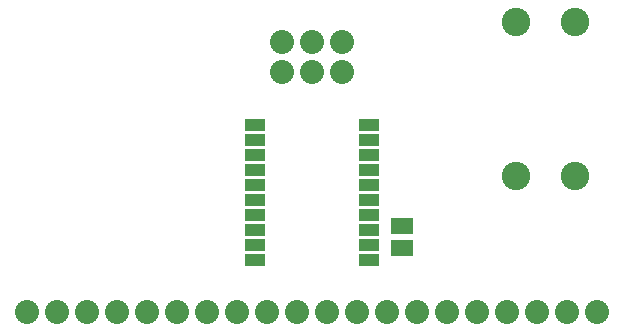
<source format=gts>
G04 (created by PCBNEW (2013-09-28 BZR 4356)-product) date 19/03/2014 23:20:12*
%MOIN*%
G04 Gerber Fmt 3.4, Leading zero omitted, Abs format*
%FSLAX34Y34*%
G01*
G70*
G90*
G04 APERTURE LIST*
%ADD10C,0.005906*%
%ADD11C,0.080000*%
%ADD12R,0.070000X0.040000*%
%ADD13R,0.075000X0.055000*%
%ADD14C,0.094800*%
G04 APERTURE END LIST*
G54D10*
G54D11*
X83000Y-37500D03*
X83000Y-38500D03*
X82000Y-37500D03*
X82000Y-38500D03*
X81000Y-37500D03*
X81000Y-38500D03*
X72500Y-46500D03*
X73500Y-46500D03*
X74500Y-46500D03*
X75500Y-46500D03*
X76500Y-46500D03*
X77500Y-46500D03*
X78500Y-46500D03*
X79500Y-46500D03*
X80500Y-46500D03*
X81500Y-46500D03*
X82500Y-46500D03*
X83500Y-46500D03*
X84500Y-46500D03*
X85500Y-46500D03*
X86500Y-46500D03*
X87500Y-46500D03*
X88500Y-46500D03*
X89500Y-46500D03*
X90500Y-46500D03*
X91500Y-46500D03*
G54D12*
X83900Y-44750D03*
X83900Y-44250D03*
X83900Y-43750D03*
X83900Y-43250D03*
X83900Y-42750D03*
X83900Y-42250D03*
X83900Y-41750D03*
X83900Y-41250D03*
X83900Y-40750D03*
X83900Y-40250D03*
X80100Y-40250D03*
X80100Y-40750D03*
X80100Y-41250D03*
X80100Y-41750D03*
X80100Y-42250D03*
X80100Y-42750D03*
X80100Y-43250D03*
X80100Y-43750D03*
X80100Y-44250D03*
X80100Y-44750D03*
G54D13*
X85000Y-44375D03*
X85000Y-43625D03*
G54D14*
X88816Y-36841D03*
X90784Y-36841D03*
X88816Y-41959D03*
X90784Y-41959D03*
M02*

</source>
